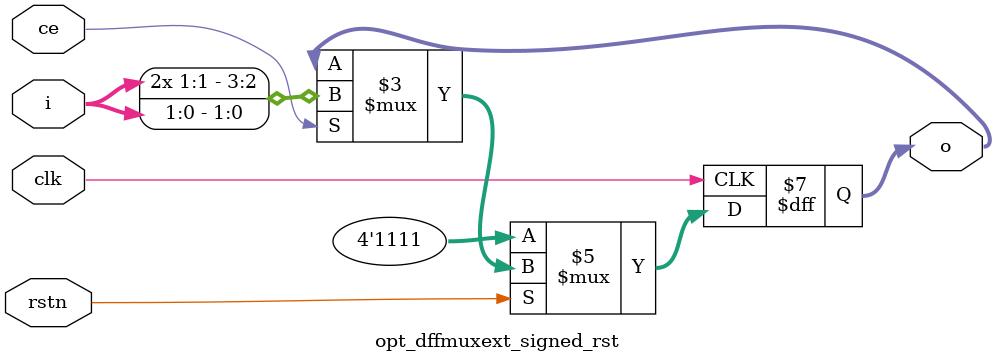
<source format=v>
module opt_dffmuxext_signed_rst(input clk, ce, rstn, input signed [1:0] i, output reg signed [3:0] o);
    always @(posedge clk) begin
        if (ce) o <= i;
        if (!rstn) o <= 4'b1111;
    end
endmodule

</source>
